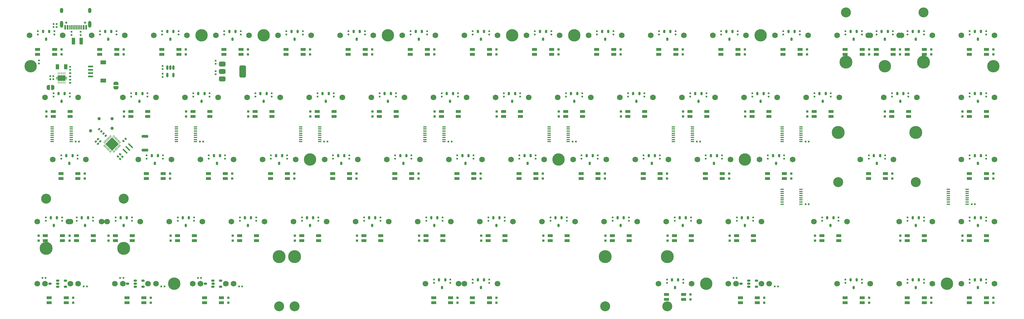
<source format=gbr>
%TF.GenerationSoftware,KiCad,Pcbnew,8.0.6*%
%TF.CreationDate,2024-11-15T04:32:27+07:00*%
%TF.ProjectId,Heart HE 65,48656172-7420-4484-9520-36352e6b6963,rev?*%
%TF.SameCoordinates,Original*%
%TF.FileFunction,Soldermask,Bot*%
%TF.FilePolarity,Negative*%
%FSLAX46Y46*%
G04 Gerber Fmt 4.6, Leading zero omitted, Abs format (unit mm)*
G04 Created by KiCad (PCBNEW 8.0.6) date 2024-11-15 04:32:27*
%MOMM*%
%LPD*%
G01*
G04 APERTURE LIST*
G04 Aperture macros list*
%AMRoundRect*
0 Rectangle with rounded corners*
0 $1 Rounding radius*
0 $2 $3 $4 $5 $6 $7 $8 $9 X,Y pos of 4 corners*
0 Add a 4 corners polygon primitive as box body*
4,1,4,$2,$3,$4,$5,$6,$7,$8,$9,$2,$3,0*
0 Add four circle primitives for the rounded corners*
1,1,$1+$1,$2,$3*
1,1,$1+$1,$4,$5*
1,1,$1+$1,$6,$7*
1,1,$1+$1,$8,$9*
0 Add four rect primitives between the rounded corners*
20,1,$1+$1,$2,$3,$4,$5,0*
20,1,$1+$1,$4,$5,$6,$7,0*
20,1,$1+$1,$6,$7,$8,$9,0*
20,1,$1+$1,$8,$9,$2,$3,0*%
%AMRotRect*
0 Rectangle, with rotation*
0 The origin of the aperture is its center*
0 $1 length*
0 $2 width*
0 $3 Rotation angle, in degrees counterclockwise*
0 Add horizontal line*
21,1,$1,$2,0,0,$3*%
%AMFreePoly0*
4,1,21,-0.125000,1.200000,0.125000,1.200000,0.125000,1.700000,0.375000,1.700000,0.375000,1.200000,0.825000,1.200000,0.825000,-1.200000,0.375000,-1.200000,0.375000,-1.700000,0.125000,-1.700000,0.125000,-1.200000,-0.125000,-1.200000,-0.125000,-1.700000,-0.375000,-1.700000,-0.375000,-1.200000,-0.825000,-1.200000,-0.825000,1.200000,-0.375000,1.200000,-0.375000,1.700000,-0.125000,1.700000,
-0.125000,1.200000,-0.125000,1.200000,$1*%
%AMFreePoly1*
4,1,19,0.000000,0.744911,0.071157,0.744911,0.207708,0.704816,0.327430,0.627875,0.420627,0.520320,0.479746,0.390866,0.500000,0.250000,0.500000,-0.250000,0.479746,-0.390866,0.420627,-0.520320,0.327430,-0.627875,0.207708,-0.704816,0.071157,-0.744911,0.000000,-0.744911,0.000000,-0.750000,-0.500000,-0.750000,-0.500000,0.750000,0.000000,0.750000,0.000000,0.744911,0.000000,0.744911,
$1*%
%AMFreePoly2*
4,1,19,0.500000,-0.750000,0.000000,-0.750000,0.000000,-0.744911,-0.071157,-0.744911,-0.207708,-0.704816,-0.327430,-0.627875,-0.420627,-0.520320,-0.479746,-0.390866,-0.500000,-0.250000,-0.500000,0.250000,-0.479746,0.390866,-0.420627,0.520320,-0.327430,0.627875,-0.207708,0.704816,-0.071157,0.744911,0.000000,0.744911,0.000000,0.750000,0.500000,0.750000,0.500000,-0.750000,0.500000,-0.750000,
$1*%
G04 Aperture macros list end*
%ADD10R,0.750000X0.800000*%
%ADD11R,0.620000X0.560000*%
%ADD12RoundRect,0.082000X0.718000X-0.328000X0.718000X0.328000X-0.718000X0.328000X-0.718000X-0.328000X0*%
%ADD13RoundRect,0.082000X-0.718000X0.328000X-0.718000X-0.328000X0.718000X-0.328000X0.718000X0.328000X0*%
%ADD14C,3.800000*%
%ADD15RoundRect,0.200000X-0.800000X0.200000X-0.800000X-0.200000X0.800000X-0.200000X0.800000X0.200000X0*%
%ADD16RotRect,0.560000X0.620000X225.000000*%
%ADD17RoundRect,0.150000X-0.150000X0.350000X-0.150000X-0.350000X0.150000X-0.350000X0.150000X0.350000X0*%
%ADD18C,1.750000*%
%ADD19R,1.000000X0.400000*%
%ADD20RoundRect,0.375000X-0.625000X-0.375000X0.625000X-0.375000X0.625000X0.375000X-0.625000X0.375000X0*%
%ADD21RoundRect,0.500000X-0.500000X-1.400000X0.500000X-1.400000X0.500000X1.400000X-0.500000X1.400000X0*%
%ADD22C,1.000000*%
%ADD23R,0.560000X0.620000*%
%ADD24RotRect,0.400000X1.900000X225.000000*%
%ADD25RoundRect,0.150000X0.350000X0.150000X-0.350000X0.150000X-0.350000X-0.150000X0.350000X-0.150000X0*%
%ADD26C,3.048000*%
%ADD27C,3.987800*%
%ADD28RotRect,2.900000X2.900000X135.000000*%
%ADD29RoundRect,0.050000X0.247487X0.176777X0.176777X0.247487X-0.247487X-0.176777X-0.176777X-0.247487X0*%
%ADD30RoundRect,0.050000X0.247487X-0.176777X-0.176777X0.247487X-0.247487X0.176777X0.176777X-0.247487X0*%
%ADD31RotRect,0.560000X0.620000X315.000000*%
%ADD32FreePoly0,270.000000*%
%ADD33RoundRect,0.060000X-0.060000X0.240000X-0.060000X-0.240000X0.060000X-0.240000X0.060000X0.240000X0*%
%ADD34R,1.550000X0.600000*%
%ADD35R,1.800000X1.200000*%
%ADD36RotRect,0.560000X0.620000X135.000000*%
%ADD37R,1.000000X1.500000*%
%ADD38O,1.000000X2.100000*%
%ADD39O,1.000000X1.600000*%
%ADD40R,0.600000X1.450000*%
%ADD41R,0.300000X1.450000*%
%ADD42C,0.650000*%
%ADD43RoundRect,0.150000X-0.150000X0.512500X-0.150000X-0.512500X0.150000X-0.512500X0.150000X0.512500X0*%
%ADD44RoundRect,0.135000X-0.185000X0.135000X-0.185000X-0.135000X0.185000X-0.135000X0.185000X0.135000X0*%
%ADD45RoundRect,0.140000X0.170000X-0.140000X0.170000X0.140000X-0.170000X0.140000X-0.170000X-0.140000X0*%
%ADD46FreePoly1,270.000000*%
%ADD47FreePoly2,270.000000*%
%ADD48FreePoly1,0.000000*%
%ADD49FreePoly2,0.000000*%
%ADD50R,1.140000X2.030000*%
G04 APERTURE END LIST*
D10*
%TO.C,C242*%
X309449999Y-99530000D03*
X309449999Y-101030000D03*
%TD*%
%TO.C,C241*%
X290399999Y-99530000D03*
X290399999Y-101030000D03*
%TD*%
%TO.C,C240*%
X271349999Y-99530000D03*
X271349999Y-101030000D03*
%TD*%
%TO.C,C239*%
X239203124Y-99530000D03*
X239203124Y-101030000D03*
%TD*%
%TO.C,C238*%
X216581249Y-98530000D03*
X216581249Y-100030000D03*
%TD*%
%TO.C,C237*%
X157049999Y-99530000D03*
X157049999Y-101030000D03*
%TD*%
%TO.C,C236*%
X145143749Y-99530000D03*
X145143749Y-101030000D03*
%TD*%
%TO.C,C235*%
X74896874Y-99530000D03*
X74896874Y-101030000D03*
%TD*%
%TO.C,C234*%
X51084374Y-99530000D03*
X51084374Y-101030000D03*
%TD*%
%TO.C,C233*%
X27271874Y-99530000D03*
X27271874Y-101030000D03*
%TD*%
%TO.C,C231*%
X300050001Y-81979999D03*
X300050001Y-80479999D03*
%TD*%
%TO.C,C232*%
X281000001Y-81979999D03*
X281000001Y-80479999D03*
%TD*%
%TO.C,C230*%
X254806251Y-81979999D03*
X254806251Y-80479999D03*
%TD*%
%TO.C,C229*%
X309449999Y-61430000D03*
X309449999Y-62930000D03*
%TD*%
%TO.C,C228*%
X228612501Y-81979999D03*
X228612501Y-80479999D03*
%TD*%
%TO.C,C227*%
X278493749Y-61430000D03*
X278493749Y-62930000D03*
%TD*%
%TO.C,C226*%
X209562501Y-81979999D03*
X209562501Y-80479999D03*
%TD*%
%TO.C,C225*%
X247537499Y-61430000D03*
X247537499Y-62930000D03*
%TD*%
%TO.C,C224*%
X190512501Y-81979999D03*
X190512501Y-80479999D03*
%TD*%
%TO.C,C223*%
X228487499Y-61430000D03*
X228487499Y-62930000D03*
%TD*%
%TO.C,C222*%
X171462501Y-81979999D03*
X171462501Y-80479999D03*
%TD*%
%TO.C,C221*%
X209437499Y-61430000D03*
X209437499Y-62930000D03*
%TD*%
%TO.C,C220*%
X152412501Y-81979999D03*
X152412501Y-80479999D03*
%TD*%
%TO.C,C219*%
X190387499Y-61430000D03*
X190387499Y-62930000D03*
%TD*%
%TO.C,C218*%
X133362501Y-81979999D03*
X133362501Y-80479999D03*
%TD*%
%TO.C,C217*%
X171337499Y-61430000D03*
X171337499Y-62930000D03*
%TD*%
%TO.C,C216*%
X114312501Y-81979999D03*
X114312501Y-80479999D03*
%TD*%
%TO.C,C215*%
X152287499Y-61430000D03*
X152287499Y-62930000D03*
%TD*%
%TO.C,C214*%
X95262501Y-81979999D03*
X95262501Y-80479999D03*
%TD*%
%TO.C,C213*%
X133237499Y-61430000D03*
X133237499Y-62930000D03*
%TD*%
%TO.C,C212*%
X76212501Y-81979999D03*
X76212501Y-80479999D03*
%TD*%
%TO.C,C211*%
X114187499Y-61430000D03*
X114187499Y-62930000D03*
%TD*%
%TO.C,C210*%
X57162501Y-81979999D03*
X57162501Y-80479999D03*
%TD*%
%TO.C,C209*%
X95137499Y-61430000D03*
X95137499Y-62930000D03*
%TD*%
%TO.C,C208*%
X38112501Y-81979999D03*
X38112501Y-80479999D03*
%TD*%
%TO.C,C207*%
X76087499Y-61430000D03*
X76087499Y-62930000D03*
%TD*%
%TO.C,C206*%
X26206251Y-81979999D03*
X26206251Y-80479999D03*
%TD*%
%TO.C,C205*%
X57037499Y-61430000D03*
X57037499Y-62930000D03*
%TD*%
%TO.C,C204*%
X16681251Y-81979999D03*
X16681251Y-80479999D03*
%TD*%
%TO.C,C203*%
X30843749Y-61430000D03*
X30843749Y-62930000D03*
%TD*%
%TO.C,C202*%
X300050001Y-43879999D03*
X300050001Y-42379999D03*
%TD*%
%TO.C,C201*%
X276237501Y-43879999D03*
X276237501Y-42379999D03*
%TD*%
%TO.C,C200*%
X252425001Y-43879999D03*
X252425001Y-42379999D03*
%TD*%
%TO.C,C199*%
X233375001Y-43879999D03*
X233375001Y-42379999D03*
%TD*%
%TO.C,C198*%
X214325001Y-43879999D03*
X214325001Y-42379999D03*
%TD*%
%TO.C,C197*%
X195275001Y-43879999D03*
X195275001Y-42379999D03*
%TD*%
%TO.C,C196*%
X176225001Y-43879999D03*
X176225001Y-42379999D03*
%TD*%
%TO.C,C195*%
X157175001Y-43879999D03*
X157175001Y-42379999D03*
%TD*%
%TO.C,C194*%
X138125001Y-43879999D03*
X138125001Y-42379999D03*
%TD*%
%TO.C,C193*%
X119075001Y-43879999D03*
X119075001Y-42379999D03*
%TD*%
%TO.C,C192*%
X100025001Y-43879999D03*
X100025001Y-42379999D03*
%TD*%
%TO.C,C191*%
X80975001Y-43879999D03*
X80975001Y-42379999D03*
%TD*%
%TO.C,C190*%
X61925001Y-43879999D03*
X61925001Y-42379999D03*
%TD*%
%TO.C,C189*%
X42875001Y-43879999D03*
X42875001Y-42379999D03*
%TD*%
%TO.C,C188*%
X19062501Y-43879999D03*
X19062501Y-42379999D03*
%TD*%
%TO.C,C187*%
X309449999Y-23330000D03*
X309449999Y-24830000D03*
%TD*%
%TO.C,C186*%
X290399999Y-24830000D03*
X290399999Y-23330000D03*
%TD*%
%TO.C,C183*%
X280874999Y-23330000D03*
X280874999Y-24830000D03*
%TD*%
%TO.C,C182*%
X271349999Y-23330000D03*
X271349999Y-24830000D03*
%TD*%
%TO.C,C181*%
X252299999Y-23330000D03*
X252299999Y-24830000D03*
%TD*%
%TO.C,C180*%
X233249999Y-23330000D03*
X233249999Y-24830000D03*
%TD*%
%TO.C,C179*%
X214199999Y-23330000D03*
X214199999Y-24830000D03*
%TD*%
%TO.C,C167*%
X195149999Y-23330000D03*
X195149999Y-24830000D03*
%TD*%
%TO.C,C166*%
X176099999Y-23330000D03*
X176099999Y-24830000D03*
%TD*%
%TO.C,C162*%
X157049999Y-23330000D03*
X157049999Y-24830000D03*
%TD*%
%TO.C,C150*%
X137999999Y-23330000D03*
X137999999Y-24830000D03*
%TD*%
%TO.C,C110*%
X118949999Y-23330000D03*
X118949999Y-24830000D03*
%TD*%
%TO.C,C103*%
X99899999Y-23330000D03*
X99899999Y-24830000D03*
%TD*%
D11*
%TO.C,R4*%
X16762500Y-26690000D03*
X16762500Y-27650000D03*
%TD*%
D10*
%TO.C,C104*%
X23699999Y-24830000D03*
X23699999Y-23330000D03*
%TD*%
%TO.C,C98*%
X80849999Y-23330000D03*
X80849999Y-24830000D03*
%TD*%
%TO.C,C62*%
X61799999Y-23330000D03*
X61799999Y-24830000D03*
%TD*%
%TO.C,C50*%
X42749999Y-24830000D03*
X42749999Y-23330000D03*
%TD*%
D12*
%TO.C,RGB1_A45*%
X283100000Y-99530000D03*
X283100000Y-101030000D03*
X288300000Y-99530000D03*
X288300000Y-101030000D03*
%TD*%
%TO.C,RGB1_A44*%
X264050000Y-99530000D03*
X264050000Y-101030000D03*
X269250000Y-99530000D03*
X269250000Y-101030000D03*
%TD*%
%TO.C,RGB1_A43*%
X302150000Y-99530000D03*
X302150000Y-101030000D03*
X307350000Y-99530000D03*
X307350000Y-101030000D03*
%TD*%
%TO.C,RGB1_A42*%
X231903125Y-99530000D03*
X231903125Y-101030000D03*
X237103125Y-99530000D03*
X237103125Y-101030000D03*
%TD*%
%TO.C,RGB1_A40*%
X214481251Y-100029999D03*
X214481249Y-98529999D03*
X209281250Y-100030000D03*
X209281250Y-98530000D03*
%TD*%
%TO.C,RGB1_A38*%
X149750000Y-99530000D03*
X149750000Y-101030000D03*
X154950000Y-99530000D03*
X154950000Y-101030000D03*
%TD*%
%TO.C,RGB1_A36*%
X137843750Y-99530000D03*
X137843750Y-101030000D03*
X143043750Y-99530000D03*
X143043750Y-101030000D03*
%TD*%
%TO.C,RGB1_A34*%
X67596875Y-99530000D03*
X67596875Y-101030000D03*
X72796875Y-99530000D03*
X72796875Y-101030000D03*
%TD*%
%TO.C,RGB1_A21*%
X43784375Y-99530000D03*
X43784375Y-101030000D03*
X48984375Y-99530000D03*
X48984375Y-101030000D03*
%TD*%
%TO.C,RGB1_A19*%
X25171875Y-101030000D03*
X25171875Y-99530000D03*
X19971875Y-101030000D03*
X19971875Y-99530000D03*
%TD*%
D13*
%TO.C,RGB1_B31*%
X307350000Y-81979999D03*
X307350000Y-80479999D03*
X302150000Y-81979999D03*
X302150000Y-80479999D03*
%TD*%
%TO.C,RGB1_B30*%
X140662500Y-81979999D03*
X140662500Y-80479999D03*
X135462500Y-81979999D03*
X135462500Y-80479999D03*
%TD*%
%TO.C,RGB1_B29*%
X159712500Y-81979999D03*
X159712500Y-80479999D03*
X154512500Y-81979999D03*
X154512500Y-80479999D03*
%TD*%
%TO.C,RGB1_B28*%
X121612500Y-81979999D03*
X121612500Y-80479999D03*
X116412500Y-81979999D03*
X116412500Y-80479999D03*
%TD*%
%TO.C,RGB1_B27*%
X178762500Y-81979999D03*
X178762500Y-80479999D03*
X173562500Y-81979999D03*
X173562500Y-80479999D03*
%TD*%
%TO.C,RGB1_B26*%
X102562500Y-81979999D03*
X102562500Y-80479999D03*
X97362500Y-81979999D03*
X97362500Y-80479999D03*
%TD*%
%TO.C,RGB1_B25*%
X197812500Y-81979999D03*
X197812500Y-80479999D03*
X192612500Y-81979999D03*
X192612500Y-80479999D03*
%TD*%
%TO.C,RGB1_B24*%
X83512500Y-81979999D03*
X83512500Y-80479999D03*
X78312500Y-81979999D03*
X78312500Y-80479999D03*
%TD*%
%TO.C,RGB1_B23*%
X216862500Y-81979999D03*
X216862500Y-80479999D03*
X211662500Y-81979999D03*
X211662500Y-80479999D03*
%TD*%
%TO.C,RGB1_B22*%
X64462500Y-81979999D03*
X64462500Y-80479999D03*
X59262500Y-81979999D03*
X59262500Y-80479999D03*
%TD*%
%TO.C,RGB1_B21*%
X235912500Y-81979999D03*
X235912500Y-80479999D03*
X230712500Y-81979999D03*
X230712500Y-80479999D03*
%TD*%
%TO.C,RGB1_B20*%
X45412500Y-81979999D03*
X45412500Y-80479999D03*
X40212500Y-81979999D03*
X40212500Y-80479999D03*
%TD*%
%TO.C,RGB1_B19*%
X262106250Y-81979999D03*
X262106250Y-80479999D03*
X256906250Y-81979999D03*
X256906250Y-80479999D03*
%TD*%
%TO.C,RGB1_B18*%
X33506250Y-81979999D03*
X33506250Y-80479999D03*
X28306250Y-81979999D03*
X28306250Y-80479999D03*
%TD*%
%TO.C,RGB1_B17*%
X288300000Y-81979999D03*
X288300000Y-80479999D03*
X283100000Y-81979999D03*
X283100000Y-80479999D03*
%TD*%
%TO.C,RGB1_B16*%
X23981250Y-81979999D03*
X23981250Y-80479999D03*
X18781250Y-81979999D03*
X18781250Y-80479999D03*
%TD*%
D12*
%TO.C,RGB1_A33*%
X183087500Y-61430000D03*
X183087500Y-62930000D03*
X188287500Y-61430000D03*
X188287500Y-62930000D03*
%TD*%
%TO.C,RGB1_A32*%
X164037500Y-61430000D03*
X164037500Y-62930000D03*
X169237500Y-61430000D03*
X169237500Y-62930000D03*
%TD*%
%TO.C,RGB1_A31*%
X202137500Y-61430000D03*
X202137500Y-62930000D03*
X207337500Y-61430000D03*
X207337500Y-62930000D03*
%TD*%
%TO.C,RGB1_A30*%
X144987500Y-61430000D03*
X144987500Y-62930000D03*
X150187500Y-61430000D03*
X150187500Y-62930000D03*
%TD*%
%TO.C,RGB1_A29*%
X221187500Y-61430000D03*
X221187500Y-62930000D03*
X226387500Y-61430000D03*
X226387500Y-62930000D03*
%TD*%
%TO.C,RGB1_A28*%
X125937500Y-61430000D03*
X125937500Y-62930000D03*
X131137500Y-61430000D03*
X131137500Y-62930000D03*
%TD*%
%TO.C,RGB1_A27*%
X240237500Y-61430000D03*
X240237500Y-62930000D03*
X245437500Y-61430000D03*
X245437500Y-62930000D03*
%TD*%
%TO.C,RGB1_A26*%
X106887500Y-61430000D03*
X106887500Y-62930000D03*
X112087500Y-61430000D03*
X112087500Y-62930000D03*
%TD*%
%TO.C,RGB1_A25*%
X271193750Y-61430000D03*
X271193750Y-62930000D03*
X276393750Y-61430000D03*
X276393750Y-62930000D03*
%TD*%
%TO.C,RGB1_A24*%
X87837500Y-61430000D03*
X87837500Y-62930000D03*
X93037500Y-61430000D03*
X93037500Y-62930000D03*
%TD*%
%TO.C,RGB1_A23*%
X302150000Y-61430000D03*
X302150000Y-62930000D03*
X307350000Y-61430000D03*
X307350000Y-62930000D03*
%TD*%
%TO.C,RGB1_A22*%
X68787500Y-61430000D03*
X68787500Y-62930000D03*
X73987500Y-61430000D03*
X73987500Y-62930000D03*
%TD*%
%TO.C,RGB1_A20*%
X49737500Y-61430000D03*
X49737500Y-62930000D03*
X54937500Y-61430000D03*
X54937500Y-62930000D03*
%TD*%
%TO.C,RGB1_A18*%
X23543750Y-61430000D03*
X23543750Y-62930000D03*
X28743750Y-61430000D03*
X28743750Y-62930000D03*
%TD*%
%TO.C,RGB1_A16*%
X16400000Y-23330000D03*
X16400000Y-24830000D03*
X21600000Y-23330000D03*
X21600000Y-24830000D03*
%TD*%
%TO.C,RGB1_A15*%
X283100000Y-23330000D03*
X283100000Y-24830000D03*
X288300000Y-23330000D03*
X288300000Y-24830000D03*
%TD*%
%TO.C,RGB1_A14*%
X273575000Y-23330000D03*
X273575000Y-24830000D03*
X278775000Y-23330000D03*
X278775000Y-24830000D03*
%TD*%
%TO.C,RGB1_A13*%
X264050000Y-23330000D03*
X264050000Y-24830000D03*
X269250000Y-23330000D03*
X269250000Y-24830000D03*
%TD*%
%TO.C,RGB1_A12*%
X245000000Y-23330000D03*
X245000000Y-24830000D03*
X250200000Y-23330000D03*
X250200000Y-24830000D03*
%TD*%
%TO.C,RGB1_A11*%
X225950000Y-23330000D03*
X225950000Y-24830000D03*
X231150000Y-23330000D03*
X231150000Y-24830000D03*
%TD*%
%TO.C,RGB1_A10*%
X206900000Y-23330000D03*
X206900000Y-24830000D03*
X212100000Y-23330000D03*
X212100000Y-24830000D03*
%TD*%
%TO.C,RGB1_A9*%
X187850000Y-23330000D03*
X187850000Y-24830000D03*
X193050000Y-23330000D03*
X193050000Y-24830000D03*
%TD*%
%TO.C,RGB1_A8*%
X168800000Y-23330000D03*
X168800000Y-24830000D03*
X174000000Y-23330000D03*
X174000000Y-24830000D03*
%TD*%
%TO.C,RGB1_A7*%
X149750000Y-23330000D03*
X149750000Y-24830000D03*
X154950000Y-23330000D03*
X154950000Y-24830000D03*
%TD*%
%TO.C,RGB1_A6*%
X130700000Y-23330000D03*
X130700000Y-24830000D03*
X135900000Y-23330000D03*
X135900000Y-24830000D03*
%TD*%
%TO.C,RGB1_A5*%
X111650000Y-23330000D03*
X111650000Y-24830000D03*
X116850000Y-23330000D03*
X116850000Y-24830000D03*
%TD*%
%TO.C,RGB1_A4*%
X92600000Y-23330000D03*
X92600000Y-24830000D03*
X97800000Y-23330000D03*
X97800000Y-24830000D03*
%TD*%
%TO.C,RGB1_A3*%
X73550000Y-23330000D03*
X73550000Y-24830000D03*
X78750000Y-23330000D03*
X78750000Y-24830000D03*
%TD*%
%TO.C,RGB1_A2*%
X54500000Y-23330000D03*
X54500000Y-24830000D03*
X59700000Y-23330000D03*
X59700000Y-24830000D03*
%TD*%
%TO.C,RGB1_A1*%
X35450000Y-23330000D03*
X35450000Y-24830000D03*
X40650000Y-23330000D03*
X40650000Y-24830000D03*
%TD*%
D13*
%TO.C,RGB1_B15*%
X21162500Y-42379999D03*
X21162500Y-43879999D03*
X26362500Y-42379999D03*
X26362500Y-43879999D03*
%TD*%
%TO.C,RGB1_B14*%
X44975000Y-42379999D03*
X44975000Y-43879999D03*
X50175000Y-42379999D03*
X50175000Y-43879999D03*
%TD*%
%TO.C,RGB1_B13*%
X64025000Y-42379999D03*
X64025000Y-43879999D03*
X69225000Y-42379999D03*
X69225000Y-43879999D03*
%TD*%
%TO.C,RGB1_B12*%
X83075000Y-42379999D03*
X83075000Y-43879999D03*
X88275000Y-42379999D03*
X88275000Y-43879999D03*
%TD*%
%TO.C,RGB1_B11*%
X102125000Y-42379999D03*
X102125000Y-43879999D03*
X107325000Y-42379999D03*
X107325000Y-43879999D03*
%TD*%
%TO.C,RGB1_B10*%
X121175000Y-42379999D03*
X121175000Y-43879999D03*
X126375000Y-42379999D03*
X126375000Y-43879999D03*
%TD*%
%TO.C,RGB1_B9*%
X140225000Y-42379999D03*
X140225000Y-43879999D03*
X145425000Y-42379999D03*
X145425000Y-43879999D03*
%TD*%
%TO.C,RGB1_B8*%
X159275000Y-42379999D03*
X159275000Y-43879999D03*
X164475000Y-42379999D03*
X164475000Y-43879999D03*
%TD*%
%TO.C,RGB1_B7*%
X178325000Y-42379999D03*
X178325000Y-43879999D03*
X183525000Y-42379999D03*
X183525000Y-43879999D03*
%TD*%
%TO.C,RGB1_B6*%
X197375000Y-42379999D03*
X197375000Y-43879999D03*
X202575000Y-42379999D03*
X202575000Y-43879999D03*
%TD*%
%TO.C,RGB1_B5*%
X216425000Y-42379999D03*
X216425000Y-43879999D03*
X221625000Y-42379999D03*
X221625000Y-43879999D03*
%TD*%
%TO.C,RGB1_B4*%
X235475000Y-42379999D03*
X235475000Y-43879999D03*
X240675000Y-42379999D03*
X240675000Y-43879999D03*
%TD*%
%TO.C,RGB1_B3*%
X254525000Y-42379999D03*
X254525000Y-43879999D03*
X259725000Y-42379999D03*
X259725000Y-43879999D03*
%TD*%
%TO.C,RGB1_B2*%
X278337500Y-42379999D03*
X278337500Y-43879999D03*
X283537500Y-42379999D03*
X283537500Y-43879999D03*
%TD*%
%TO.C,RGB1_B1*%
X302150000Y-42379999D03*
X302150000Y-43879999D03*
X307350000Y-42379999D03*
X307350000Y-43879999D03*
%TD*%
D14*
%TO.C,H11*%
X238075000Y-19000000D03*
%TD*%
%TO.C,H13*%
X233312500Y-57100000D03*
%TD*%
%TO.C,H16*%
X309512500Y-28525000D03*
%TD*%
%TO.C,H14*%
X58290625Y-95200000D03*
%TD*%
%TO.C,H10*%
X180925000Y-19000000D03*
%TD*%
%TO.C,H4*%
X99962500Y-57100000D03*
%TD*%
%TO.C,H18*%
X276175000Y-28525000D03*
%TD*%
%TO.C,H12*%
X14237500Y-28525000D03*
%TD*%
%TO.C,H8*%
X161875000Y-19000000D03*
%TD*%
%TO.C,H17*%
X295225000Y-95200000D03*
%TD*%
%TO.C,H9*%
X123775000Y-19000000D03*
%TD*%
%TO.C,H15*%
X221406250Y-95200000D03*
%TD*%
%TO.C,H5*%
X85675000Y-19000000D03*
%TD*%
%TO.C,H3*%
X66625000Y-19000000D03*
%TD*%
%TO.C,H7*%
X176162500Y-57100000D03*
%TD*%
D11*
%TO.C,C33*%
X54600000Y-17770000D03*
X54600000Y-18730000D03*
%TD*%
%TO.C,C73*%
X178662500Y-74920000D03*
X178662500Y-75880000D03*
%TD*%
%TO.C,C160*%
X283200000Y-93970000D03*
X283200000Y-94930000D03*
%TD*%
D15*
%TO.C,SW1*%
X49300000Y-54200000D03*
X49300000Y-50000000D03*
%TD*%
D11*
%TO.C,C60*%
X169137500Y-55870000D03*
X169137500Y-56830000D03*
%TD*%
D16*
%TO.C,C13*%
X41022535Y-56212445D03*
X41701357Y-55533623D03*
%TD*%
D17*
%TO.C,U25*%
X62812500Y-74995000D03*
X61862500Y-77345000D03*
X60912500Y-74995000D03*
D18*
X56782501Y-76150000D03*
X66942499Y-76150000D03*
%TD*%
D11*
%TO.C,C22*%
X40550000Y-17770000D03*
X40550000Y-18730000D03*
%TD*%
D17*
%TO.C,U23*%
X67575000Y-36895000D03*
X66625000Y-39245000D03*
X65675000Y-36895000D03*
D18*
X61545001Y-38050000D03*
X71704999Y-38050000D03*
%TD*%
D19*
%TO.C,U56*%
X217162500Y-51635938D03*
X217162500Y-50985938D03*
X217162500Y-50335938D03*
X217162500Y-49685938D03*
X217162500Y-49035938D03*
X217162500Y-48385938D03*
X217162500Y-47735938D03*
X217162500Y-47085938D03*
X211362500Y-47085938D03*
X211362500Y-47735938D03*
X211362500Y-48385938D03*
X211362500Y-49035938D03*
X211362500Y-49685938D03*
X211362500Y-50335938D03*
X211362500Y-50985938D03*
X211362500Y-51635938D03*
%TD*%
D11*
%TO.C,C125*%
X145087500Y-55870000D03*
X145087500Y-56830000D03*
%TD*%
%TO.C,C23*%
X50075000Y-36820000D03*
X50075000Y-37780000D03*
%TD*%
D20*
%TO.C,U63*%
X73000000Y-27784344D03*
D21*
X79300000Y-30084344D03*
D20*
X73000000Y-30084344D03*
X73000000Y-32384344D03*
%TD*%
D22*
%TO.C,TP3*%
X32600000Y-48334344D03*
%TD*%
D11*
%TO.C,C18*%
X28643750Y-55870000D03*
X28643750Y-56830000D03*
%TD*%
%TO.C,C123*%
X183187500Y-55870000D03*
X183187500Y-56830000D03*
%TD*%
%TO.C,C17*%
X26262500Y-36820000D03*
X26262500Y-37780000D03*
%TD*%
D17*
%TO.C,U30*%
X91387500Y-55945000D03*
X90437500Y-58295000D03*
X89487500Y-55945000D03*
D18*
X85357501Y-57100000D03*
X95517499Y-57100000D03*
%TD*%
D11*
%TO.C,C105*%
X197475000Y-36820000D03*
X197475000Y-37780000D03*
%TD*%
%TO.C,C99*%
X140325000Y-36820000D03*
X140325000Y-37780000D03*
%TD*%
%TO.C,R3*%
X29550000Y-17924656D03*
X29550000Y-18884656D03*
%TD*%
%TO.C,C122*%
X68887500Y-55870000D03*
X68887500Y-56830000D03*
%TD*%
%TO.C,C71*%
X202475000Y-36820000D03*
X202475000Y-37780000D03*
%TD*%
D23*
%TO.C,C3*%
X302878750Y-70785938D03*
X303838750Y-70785938D03*
%TD*%
D24*
%TO.C,Y1*%
X43200423Y-54600242D03*
X44048951Y-53751714D03*
X44897479Y-52903186D03*
%TD*%
D17*
%TO.C,U66*%
X205687500Y-55945000D03*
X204737500Y-58295000D03*
X203787500Y-55945000D03*
D18*
X199657501Y-57100000D03*
X209817499Y-57100000D03*
%TD*%
D11*
%TO.C,C44*%
X111750000Y-17770000D03*
X111750000Y-18730000D03*
%TD*%
%TO.C,C19*%
X23881250Y-74920000D03*
X23881250Y-75880000D03*
%TD*%
D23*
%TO.C,C5*%
X142382500Y-51635938D03*
X143342500Y-51635938D03*
%TD*%
D17*
%TO.C,U75*%
X22331250Y-74995000D03*
X21381250Y-77345000D03*
X20431250Y-74995000D03*
D18*
X16301250Y-76150000D03*
X26461250Y-76150000D03*
%TD*%
D11*
%TO.C,C24*%
X54837500Y-55870000D03*
X54837500Y-56830000D03*
%TD*%
D17*
%TO.C,U72*%
X224737500Y-55945000D03*
X223787500Y-58295000D03*
X222837500Y-55945000D03*
D18*
X218707501Y-57100000D03*
X228867499Y-57100000D03*
%TD*%
D11*
%TO.C,C117*%
X21262500Y-36820000D03*
X21262500Y-37780000D03*
%TD*%
%TO.C,C30*%
X73887500Y-55870000D03*
X73887500Y-56830000D03*
%TD*%
D17*
%TO.C,U79*%
X234262500Y-74995000D03*
X233312500Y-77345000D03*
X232362500Y-74995000D03*
D18*
X228232501Y-76150000D03*
X238392499Y-76150000D03*
%TD*%
D11*
%TO.C,C128*%
X87937500Y-55870000D03*
X87937500Y-56830000D03*
%TD*%
%TO.C,C56*%
X273675000Y-17770000D03*
X273675000Y-18730000D03*
%TD*%
D19*
%TO.C,U45*%
X140962500Y-51635938D03*
X140962500Y-50985938D03*
X140962500Y-50335938D03*
X140962500Y-49685938D03*
X140962500Y-49035938D03*
X140962500Y-48385938D03*
X140962500Y-47735938D03*
X140962500Y-47085938D03*
X135162500Y-47085938D03*
X135162500Y-47735938D03*
X135162500Y-48385938D03*
X135162500Y-49035938D03*
X135162500Y-49685938D03*
X135162500Y-50335938D03*
X135162500Y-50985938D03*
X135162500Y-51635938D03*
%TD*%
D11*
%TO.C,C35*%
X88175000Y-36820000D03*
X88175000Y-37780000D03*
%TD*%
%TO.C,C36*%
X92937500Y-55870000D03*
X92937500Y-56830000D03*
%TD*%
D17*
%TO.C,U55*%
X158062500Y-74995000D03*
X157112500Y-77345000D03*
X156162500Y-74995000D03*
D18*
X152032501Y-76150000D03*
X162192499Y-76150000D03*
%TD*%
D11*
%TO.C,C58*%
X154850000Y-17770000D03*
X154850000Y-18730000D03*
%TD*%
D17*
%TO.C,U82*%
X248550000Y-17845000D03*
X247600000Y-20195000D03*
X246650000Y-17845000D03*
D18*
X242520001Y-19000000D03*
X252679999Y-19000000D03*
%TD*%
D11*
%TO.C,C173*%
X288200000Y-93970000D03*
X288200000Y-94930000D03*
%TD*%
D17*
%TO.C,U77*%
X239025000Y-36895000D03*
X238075000Y-39245000D03*
X237125000Y-36895000D03*
D18*
X232995001Y-38050000D03*
X243154999Y-38050000D03*
%TD*%
D11*
%TO.C,C75*%
X264150000Y-17770000D03*
X264150000Y-18730000D03*
%TD*%
D23*
%TO.C,C171*%
X78157500Y-96050000D03*
X79117500Y-96050000D03*
%TD*%
D11*
%TO.C,C129*%
X106987500Y-55870000D03*
X106987500Y-56830000D03*
%TD*%
D23*
%TO.C,C176*%
X242463750Y-96050000D03*
X243423750Y-96050000D03*
%TD*%
D11*
%TO.C,C127*%
X49837500Y-55870000D03*
X49837500Y-56830000D03*
%TD*%
D17*
%TO.C,U58*%
X172350000Y-17845000D03*
X171400000Y-20195000D03*
X170450000Y-17845000D03*
D18*
X166320001Y-19000000D03*
X176479999Y-19000000D03*
%TD*%
D17*
%TO.C,U31*%
X81862500Y-74995000D03*
X80912500Y-77345000D03*
X79962500Y-74995000D03*
D18*
X75832501Y-76150000D03*
X85992499Y-76150000D03*
%TD*%
D17*
%TO.C,U89*%
X281887500Y-36895000D03*
X280937500Y-39245000D03*
X279987500Y-36895000D03*
D18*
X275857500Y-38050000D03*
X286017500Y-38050000D03*
%TD*%
D17*
%TO.C,U92*%
X267600000Y-94045000D03*
X266650000Y-96395000D03*
X265700000Y-94045000D03*
D18*
X261570001Y-95200000D03*
X271729999Y-95200000D03*
%TD*%
D17*
%TO.C,U37*%
X100912500Y-74995000D03*
X99962500Y-77345000D03*
X99012500Y-74995000D03*
D18*
X94882501Y-76150000D03*
X105042499Y-76150000D03*
%TD*%
D17*
%TO.C,U18*%
X53287500Y-55945000D03*
X52337500Y-58295000D03*
X51387500Y-55945000D03*
D18*
X47257501Y-57100000D03*
X57417499Y-57100000D03*
%TD*%
D11*
%TO.C,C66*%
X188187500Y-55870000D03*
X188187500Y-56830000D03*
%TD*%
%TO.C,C141*%
X78412500Y-74920000D03*
X78412500Y-75880000D03*
%TD*%
D17*
%TO.C,U65*%
X200925000Y-36895000D03*
X199975000Y-39245000D03*
X199025000Y-36895000D03*
D18*
X194895001Y-38050000D03*
X205054999Y-38050000D03*
%TD*%
D11*
%TO.C,C72*%
X207237500Y-55870000D03*
X207237500Y-56830000D03*
%TD*%
%TO.C,C41*%
X107225000Y-36820000D03*
X107225000Y-37780000D03*
%TD*%
%TO.C,C95*%
X283437500Y-36820000D03*
X283437500Y-37780000D03*
%TD*%
D17*
%TO.C,U10*%
X19950000Y-17845000D03*
X19000000Y-20195000D03*
X18050000Y-17845000D03*
D18*
X13920001Y-19000000D03*
X24079999Y-19000000D03*
%TD*%
D11*
%TO.C,C34*%
X78650000Y-17770000D03*
X78650000Y-18730000D03*
%TD*%
D23*
%TO.C,C155*%
X104282500Y-51635938D03*
X105242500Y-51635938D03*
%TD*%
%TO.C,C151*%
X251920000Y-51635938D03*
X252880000Y-51635938D03*
%TD*%
D25*
%TO.C,U26*%
X70161250Y-96150000D03*
X67811250Y-95200000D03*
X70161250Y-94250000D03*
D18*
X63926250Y-95200000D03*
X74086250Y-95200000D03*
%TD*%
D17*
%TO.C,U12*%
X27093750Y-55945000D03*
X26143750Y-58295000D03*
X25193750Y-55945000D03*
D18*
X21063750Y-57100000D03*
X31223750Y-57100000D03*
%TD*%
D11*
%TO.C,C28*%
X59600000Y-17770000D03*
X59600000Y-18730000D03*
%TD*%
D17*
%TO.C,U83*%
X258075000Y-36895000D03*
X257125000Y-39245000D03*
X256175000Y-36895000D03*
D18*
X252045001Y-38050000D03*
X262204999Y-38050000D03*
%TD*%
D11*
%TO.C,C140*%
X154612500Y-74920000D03*
X154612500Y-75880000D03*
%TD*%
D17*
%TO.C,U101*%
X305700000Y-36895000D03*
X304750000Y-39245000D03*
X303800000Y-36895000D03*
D18*
X299670001Y-38050000D03*
X309829999Y-38050000D03*
%TD*%
D17*
%TO.C,U33*%
X31856250Y-74995000D03*
X30906250Y-77345000D03*
X29956250Y-74995000D03*
D26*
X19000000Y-69165000D03*
D27*
X19000000Y-84405000D03*
D18*
X25826250Y-76150000D03*
X35986250Y-76150000D03*
D26*
X42812500Y-69165000D03*
D27*
X42812500Y-84405000D03*
%TD*%
D11*
%TO.C,C96*%
X121275000Y-36820000D03*
X121275000Y-37780000D03*
%TD*%
D28*
%TO.C,U27*%
X39240625Y-52337500D03*
D29*
X41644788Y-51913236D03*
X41361945Y-51630393D03*
X41079103Y-51347551D03*
X40796260Y-51064708D03*
X40513417Y-50781865D03*
X40230574Y-50499022D03*
X39947732Y-50216180D03*
X39664889Y-49933337D03*
D30*
X38816361Y-49933337D03*
X38533518Y-50216180D03*
X38250676Y-50499022D03*
X37967833Y-50781865D03*
X37684990Y-51064708D03*
X37402147Y-51347551D03*
X37119305Y-51630393D03*
X36836462Y-51913236D03*
D29*
X36836462Y-52761764D03*
X37119305Y-53044607D03*
X37402147Y-53327449D03*
X37684990Y-53610292D03*
X37967833Y-53893135D03*
X38250676Y-54175978D03*
X38533518Y-54458820D03*
X38816361Y-54741663D03*
D30*
X39664889Y-54741663D03*
X39947732Y-54458820D03*
X40230574Y-54175978D03*
X40513417Y-53893135D03*
X40796260Y-53610292D03*
X41079103Y-53327449D03*
X41361945Y-53044607D03*
X41644788Y-52761764D03*
%TD*%
D11*
%TO.C,C43*%
X83412500Y-74920000D03*
X83412500Y-75880000D03*
%TD*%
D23*
%TO.C,C2*%
X28082500Y-51635938D03*
X29042500Y-51635938D03*
%TD*%
D11*
%TO.C,C184*%
X307250000Y-36820000D03*
X307250000Y-37780000D03*
%TD*%
%TO.C,C93*%
X45075000Y-36820000D03*
X45075000Y-37780000D03*
%TD*%
%TO.C,C130*%
X23643750Y-55870000D03*
X23643750Y-56830000D03*
%TD*%
D23*
%TO.C,C14*%
X21242500Y-32496875D03*
X20282500Y-32496875D03*
%TD*%
D11*
%TO.C,C89*%
X259625000Y-36820000D03*
X259625000Y-37780000D03*
%TD*%
D17*
%TO.C,U104*%
X305700000Y-94045000D03*
X304750000Y-96395000D03*
X303800000Y-94045000D03*
D18*
X299670001Y-95200000D03*
X309829999Y-95200000D03*
%TD*%
D11*
%TO.C,C177*%
X154850000Y-93970000D03*
X154850000Y-94930000D03*
%TD*%
%TO.C,C63*%
X168900000Y-17770000D03*
X168900000Y-18730000D03*
%TD*%
%TO.C,C88*%
X250100000Y-17770000D03*
X250100000Y-18730000D03*
%TD*%
D19*
%TO.C,U51*%
X179062500Y-51635938D03*
X179062500Y-50985938D03*
X179062500Y-50335938D03*
X179062500Y-49685938D03*
X179062500Y-49035938D03*
X179062500Y-48385938D03*
X179062500Y-47735938D03*
X179062500Y-47085938D03*
X173262500Y-47085938D03*
X173262500Y-47735938D03*
X173262500Y-48385938D03*
X173262500Y-49035938D03*
X173262500Y-49685938D03*
X173262500Y-50335938D03*
X173262500Y-50985938D03*
X173262500Y-51635938D03*
%TD*%
D17*
%TO.C,U17*%
X48525000Y-36895000D03*
X47575000Y-39245000D03*
X46625000Y-36895000D03*
D18*
X42495001Y-38050000D03*
X52654999Y-38050000D03*
%TD*%
D23*
%TO.C,C4*%
X251920000Y-70785938D03*
X252880000Y-70785938D03*
%TD*%
D11*
%TO.C,C37*%
X64362500Y-74920000D03*
X64362500Y-75880000D03*
%TD*%
D22*
%TO.C,TP4*%
X39240625Y-47537500D03*
%TD*%
D17*
%TO.C,U102*%
X305700000Y-55945000D03*
X304750000Y-58295000D03*
X303800000Y-55945000D03*
D18*
X299670001Y-57100000D03*
X309829999Y-57100000D03*
%TD*%
D11*
%TO.C,C137*%
X211762500Y-74920000D03*
X211762500Y-75880000D03*
%TD*%
%TO.C,C168*%
X33406250Y-74920000D03*
X33406250Y-75880000D03*
%TD*%
D17*
%TO.C,U3*%
X277125000Y-17845000D03*
X276175000Y-20195000D03*
X275225000Y-17845000D03*
D26*
X264268750Y-12015000D03*
D27*
X264268750Y-27255000D03*
D18*
X271095000Y-19000000D03*
X281255000Y-19000000D03*
D26*
X288081250Y-12015000D03*
D27*
X288081250Y-27255000D03*
%TD*%
D11*
%TO.C,C113*%
X271293750Y-55870000D03*
X271293750Y-56830000D03*
%TD*%
D31*
%TO.C,C10*%
X37317295Y-49848484D03*
X36638473Y-49169662D03*
%TD*%
D19*
%TO.C,U62*%
X250500000Y-51635938D03*
X250500000Y-50985938D03*
X250500000Y-50335938D03*
X250500000Y-49685938D03*
X250500000Y-49035938D03*
X250500000Y-48385938D03*
X250500000Y-47735938D03*
X250500000Y-47085938D03*
X244700000Y-47085938D03*
X244700000Y-47735938D03*
X244700000Y-48385938D03*
X244700000Y-49035938D03*
X244700000Y-49685938D03*
X244700000Y-50335938D03*
X244700000Y-50985938D03*
X244700000Y-51635938D03*
%TD*%
D11*
%TO.C,C52*%
X135800000Y-17770000D03*
X135800000Y-18730000D03*
%TD*%
%TO.C,C51*%
X16500000Y-17770000D03*
X16500000Y-18730000D03*
%TD*%
%TO.C,C85*%
X216762500Y-74920000D03*
X216762500Y-75880000D03*
%TD*%
%TO.C,C31*%
X45312500Y-74920000D03*
X45312500Y-75880000D03*
%TD*%
%TO.C,C124*%
X164137500Y-55870000D03*
X164137500Y-56830000D03*
%TD*%
%TO.C,C118*%
X302250000Y-55870000D03*
X302250000Y-56830000D03*
%TD*%
D17*
%TO.C,U34*%
X96150000Y-17845000D03*
X95200000Y-20195000D03*
X94250000Y-17845000D03*
D18*
X90120001Y-19000000D03*
X100279999Y-19000000D03*
%TD*%
D17*
%TO.C,U35*%
X105675000Y-36895000D03*
X104725000Y-39245000D03*
X103775000Y-36895000D03*
D18*
X99645001Y-38050000D03*
X109804999Y-38050000D03*
%TD*%
D11*
%TO.C,C53*%
X145325000Y-36820000D03*
X145325000Y-37780000D03*
%TD*%
%TO.C,C80*%
X245100000Y-17770000D03*
X245100000Y-18730000D03*
%TD*%
%TO.C,C107*%
X262006250Y-74920000D03*
X262006250Y-75880000D03*
%TD*%
%TO.C,C139*%
X173662500Y-74920000D03*
X173662500Y-75880000D03*
%TD*%
D23*
%TO.C,C6*%
X66182500Y-51635938D03*
X67142500Y-51635938D03*
%TD*%
D11*
%TO.C,C7*%
X26362500Y-29576875D03*
X26362500Y-28616875D03*
%TD*%
%TO.C,C143*%
X116512500Y-74920000D03*
X116512500Y-75880000D03*
%TD*%
%TO.C,C111*%
X216525000Y-36820000D03*
X216525000Y-37780000D03*
%TD*%
D25*
%TO.C,U6*%
X72542500Y-96150000D03*
X70192500Y-95200000D03*
X72542500Y-94250000D03*
D18*
X66307500Y-95200000D03*
X76467500Y-95200000D03*
%TD*%
D11*
%TO.C,C76*%
X212000000Y-17770000D03*
X212000000Y-18730000D03*
%TD*%
D32*
%TO.C,U85*%
X23762500Y-32096875D03*
D33*
X22762500Y-33496875D03*
X23262500Y-33496875D03*
X23762500Y-33496875D03*
X24262500Y-33496875D03*
X24762500Y-33496875D03*
X24762500Y-30696875D03*
X24262500Y-30696875D03*
X23762500Y-30696875D03*
X23262500Y-30696875D03*
X22762500Y-30696875D03*
%TD*%
D23*
%TO.C,C169*%
X30532500Y-96050000D03*
X31492500Y-96050000D03*
%TD*%
D11*
%TO.C,C45*%
X130800000Y-17770000D03*
X130800000Y-18730000D03*
%TD*%
%TO.C,C67*%
X159612500Y-74920000D03*
X159612500Y-75880000D03*
%TD*%
%TO.C,C109*%
X307250000Y-74920000D03*
X307250000Y-75880000D03*
%TD*%
%TO.C,C133*%
X59362500Y-74920000D03*
X59362500Y-75880000D03*
%TD*%
D19*
%TO.C,U74*%
X301458750Y-70785938D03*
X301458750Y-70135938D03*
X301458750Y-69485938D03*
X301458750Y-68835938D03*
X301458750Y-68185938D03*
X301458750Y-67535938D03*
X301458750Y-66885938D03*
X301458750Y-66235938D03*
X295658750Y-66235938D03*
X295658750Y-66885938D03*
X295658750Y-67535938D03*
X295658750Y-68185938D03*
X295658750Y-68835938D03*
X295658750Y-69485938D03*
X295658750Y-70135938D03*
X295658750Y-70785938D03*
%TD*%
D11*
%TO.C,C29*%
X69125000Y-36820000D03*
X69125000Y-37780000D03*
%TD*%
D17*
%TO.C,U36*%
X110437500Y-55945000D03*
X109487500Y-58295000D03*
X108537500Y-55945000D03*
D18*
X104407501Y-57100000D03*
X114567499Y-57100000D03*
%TD*%
D17*
%TO.C,U70*%
X210450000Y-17845000D03*
X209500000Y-20195000D03*
X208550000Y-17845000D03*
D18*
X204420001Y-19000000D03*
X214579999Y-19000000D03*
%TD*%
D25*
%TO.C,U8*%
X234467500Y-96150000D03*
X232117500Y-95200000D03*
X234467500Y-94250000D03*
D18*
X228232500Y-95200000D03*
X238392500Y-95200000D03*
%TD*%
D11*
%TO.C,C86*%
X302250000Y-17770000D03*
X302250000Y-18730000D03*
%TD*%
D17*
%TO.C,U43*%
X119962500Y-74995000D03*
X119012500Y-77345000D03*
X118062500Y-74995000D03*
D18*
X113932501Y-76150000D03*
X124092499Y-76150000D03*
%TD*%
D17*
%TO.C,U15*%
X212831250Y-94045000D03*
X211881250Y-96395000D03*
X210931250Y-94045000D03*
D18*
X206801250Y-95200000D03*
X216961250Y-95200000D03*
%TD*%
D11*
%TO.C,R2*%
X26799999Y-17924656D03*
X26799999Y-18884656D03*
%TD*%
%TO.C,C79*%
X197712500Y-74920000D03*
X197712500Y-75880000D03*
%TD*%
D17*
%TO.C,U103*%
X305700000Y-74995000D03*
X304750000Y-77345000D03*
X303800000Y-74995000D03*
D18*
X299670001Y-76150000D03*
X309829999Y-76150000D03*
%TD*%
D17*
%TO.C,U52*%
X153300000Y-17845000D03*
X152350000Y-20195000D03*
X151400000Y-17845000D03*
D18*
X147270001Y-19000000D03*
X157429999Y-19000000D03*
%TD*%
D17*
%TO.C,U97*%
X286650000Y-74995000D03*
X285700000Y-77345000D03*
X284750000Y-74995000D03*
D18*
X280620001Y-76150000D03*
X290779999Y-76150000D03*
%TD*%
D17*
%TO.C,U22*%
X58050000Y-17845000D03*
X57100000Y-20195000D03*
X56150000Y-17845000D03*
D18*
X52020001Y-19000000D03*
X62179999Y-19000000D03*
%TD*%
D11*
%TO.C,C97*%
X235812500Y-74920000D03*
X235812500Y-75880000D03*
%TD*%
D25*
%TO.C,U5*%
X48730000Y-96150000D03*
X46380000Y-95200000D03*
X48730000Y-94250000D03*
D18*
X42495000Y-95200000D03*
X52655000Y-95200000D03*
%TD*%
D17*
%TO.C,U67*%
X196162500Y-74995000D03*
X195212500Y-77345000D03*
X194262500Y-74995000D03*
D18*
X190132501Y-76150000D03*
X200292499Y-76150000D03*
%TD*%
D11*
%TO.C,C126*%
X126037500Y-55870000D03*
X126037500Y-56830000D03*
%TD*%
D17*
%TO.C,U54*%
X167587500Y-55945000D03*
X166637500Y-58295000D03*
X165687500Y-55945000D03*
D18*
X161557501Y-57100000D03*
X171717499Y-57100000D03*
%TD*%
D17*
%TO.C,U53*%
X162825000Y-36895000D03*
X161875000Y-39245000D03*
X160925000Y-36895000D03*
D18*
X156795001Y-38050000D03*
X166954999Y-38050000D03*
%TD*%
D11*
%TO.C,C64*%
X173900000Y-17770000D03*
X173900000Y-18730000D03*
%TD*%
D17*
%TO.C,U29*%
X86625000Y-36895000D03*
X85675000Y-39245000D03*
X84725000Y-36895000D03*
D18*
X80595001Y-38050000D03*
X90754999Y-38050000D03*
%TD*%
D11*
%TO.C,C49*%
X102462500Y-74920000D03*
X102462500Y-75880000D03*
%TD*%
%TO.C,C82*%
X231050000Y-17770000D03*
X231050000Y-18730000D03*
%TD*%
%TO.C,C138*%
X192712500Y-74920000D03*
X192712500Y-75880000D03*
%TD*%
D34*
%TO.C,J2*%
X32638610Y-31584344D03*
X32638611Y-30584344D03*
X32638611Y-29584344D03*
X32638610Y-28584344D03*
D35*
X36513610Y-32884344D03*
X36513610Y-27284344D03*
%TD*%
D25*
%TO.C,U14*%
X22536250Y-96150000D03*
X20186250Y-95200000D03*
X22536250Y-94250000D03*
D18*
X16301250Y-95200000D03*
X26461250Y-95200000D03*
%TD*%
D11*
%TO.C,C55*%
X121512500Y-74920000D03*
X121512500Y-75880000D03*
%TD*%
%TO.C,C116*%
X302250000Y-36820000D03*
X302250000Y-37780000D03*
%TD*%
%TO.C,C38*%
X73650000Y-17770000D03*
X73650000Y-18730000D03*
%TD*%
D17*
%TO.C,U40*%
X115200000Y-17845000D03*
X114250000Y-20195000D03*
X113300000Y-17845000D03*
D18*
X109170001Y-19000000D03*
X119329999Y-19000000D03*
%TD*%
D23*
%TO.C,C158*%
X230792500Y-93450000D03*
X229832500Y-93450000D03*
%TD*%
D36*
%TO.C,R35*%
X34941416Y-50866718D03*
X35620238Y-51545540D03*
%TD*%
D11*
%TO.C,C46*%
X116750000Y-17770000D03*
X116750000Y-18730000D03*
%TD*%
%TO.C,C69*%
X207000000Y-17770000D03*
X207000000Y-18730000D03*
%TD*%
D23*
%TO.C,C149*%
X66486250Y-93450000D03*
X65526250Y-93450000D03*
%TD*%
%TO.C,C1*%
X21270000Y-16500001D03*
X22230000Y-16500001D03*
%TD*%
D11*
%TO.C,C74*%
X226050000Y-17770000D03*
X226050000Y-18730000D03*
%TD*%
D19*
%TO.C,U2*%
X26662500Y-51635938D03*
X26662500Y-50985938D03*
X26662500Y-50335938D03*
X26662500Y-49685938D03*
X26662500Y-49035938D03*
X26662500Y-48385938D03*
X26662500Y-47735938D03*
X26662500Y-47085938D03*
X20862500Y-47085938D03*
X20862500Y-47735938D03*
X20862500Y-48385938D03*
X20862500Y-49035938D03*
X20862500Y-49685938D03*
X20862500Y-50335938D03*
X20862500Y-50985938D03*
X20862500Y-51635938D03*
%TD*%
D11*
%TO.C,C163*%
X149850000Y-93970000D03*
X149850000Y-94930000D03*
%TD*%
%TO.C,C32*%
X54700000Y-31764344D03*
X54700000Y-30804344D03*
%TD*%
D17*
%TO.C,U47*%
X143775000Y-36895000D03*
X142825000Y-39245000D03*
X141875000Y-36895000D03*
D18*
X137745001Y-38050000D03*
X147904999Y-38050000D03*
%TD*%
D11*
%TO.C,C112*%
X235575000Y-36820000D03*
X235575000Y-37780000D03*
%TD*%
%TO.C,C68*%
X187950000Y-17770000D03*
X187950000Y-18730000D03*
%TD*%
%TO.C,C27*%
X35550000Y-17770000D03*
X35550000Y-18730000D03*
%TD*%
D23*
%TO.C,R1*%
X21270000Y-15500001D03*
X22230000Y-15500001D03*
%TD*%
D17*
%TO.C,U71*%
X219975000Y-36895000D03*
X219025000Y-39245000D03*
X218075000Y-36895000D03*
D18*
X213945001Y-38050000D03*
X224104999Y-38050000D03*
%TD*%
D11*
%TO.C,C94*%
X269150000Y-17770000D03*
X269150000Y-18730000D03*
%TD*%
%TO.C,C15*%
X278675000Y-17770000D03*
X278675000Y-18730000D03*
%TD*%
D37*
%TO.C,L1*%
X22512500Y-28696875D03*
X25012500Y-28696875D03*
%TD*%
D11*
%TO.C,C142*%
X97462500Y-74920000D03*
X97462500Y-75880000D03*
%TD*%
D23*
%TO.C,C20*%
X21242500Y-31496875D03*
X20282500Y-31496875D03*
%TD*%
D17*
%TO.C,U80*%
X43762500Y-74995000D03*
X42812500Y-77345000D03*
X41862500Y-74995000D03*
D18*
X37732501Y-76150000D03*
X47892499Y-76150000D03*
%TD*%
D38*
%TO.C,USB1*%
X32370000Y-15599000D03*
D39*
X32370000Y-11419000D03*
D38*
X23730000Y-15599000D03*
D39*
X23730000Y-11419000D03*
D40*
X31275000Y-16514000D03*
X30500000Y-16514000D03*
D41*
X29800000Y-16514000D03*
X29300000Y-16514000D03*
X28800000Y-16514000D03*
X28300000Y-16514000D03*
X27800000Y-16514000D03*
X27300000Y-16514000D03*
X26800000Y-16514000D03*
X26300000Y-16514000D03*
D40*
X25600000Y-16514000D03*
X24825000Y-16514000D03*
D42*
X30940000Y-15069000D03*
X25160000Y-15069000D03*
%TD*%
D11*
%TO.C,C90*%
X276293750Y-55870000D03*
X276293750Y-56830000D03*
%TD*%
%TO.C,C114*%
X254625000Y-36820000D03*
X254625000Y-37780000D03*
%TD*%
D17*
%TO.C,U100*%
X305700000Y-17845000D03*
X304750000Y-20195000D03*
X303800000Y-17845000D03*
D18*
X299670001Y-19000000D03*
X309829999Y-19000000D03*
%TD*%
D43*
%TO.C,U19*%
X56150000Y-31221844D03*
X58050000Y-31221844D03*
X58050000Y-28946844D03*
X57100000Y-28946844D03*
X56150000Y-28946844D03*
%TD*%
D17*
%TO.C,U28*%
X77100000Y-17845000D03*
X76150000Y-20195000D03*
X75200000Y-17845000D03*
D18*
X71070001Y-19000000D03*
X81229999Y-19000000D03*
%TD*%
D11*
%TO.C,C172*%
X269150000Y-93970000D03*
X269150000Y-94930000D03*
%TD*%
%TO.C,C92*%
X102225000Y-36820000D03*
X102225000Y-37780000D03*
%TD*%
%TO.C,C101*%
X159375000Y-36820000D03*
X159375000Y-37780000D03*
%TD*%
D17*
%TO.C,U94*%
X286650000Y-17845000D03*
X285700000Y-20195000D03*
X284750000Y-17845000D03*
D18*
X280620001Y-19000000D03*
X290779999Y-19000000D03*
%TD*%
D17*
%TO.C,U42*%
X129487500Y-55945000D03*
X128537500Y-58295000D03*
X127587500Y-55945000D03*
D18*
X123457501Y-57100000D03*
X133617499Y-57100000D03*
%TD*%
D11*
%TO.C,C59*%
X164375000Y-36820000D03*
X164375000Y-37780000D03*
%TD*%
D19*
%TO.C,U38*%
X102862500Y-51635938D03*
X102862500Y-50985938D03*
X102862500Y-50335938D03*
X102862500Y-49685938D03*
X102862500Y-49035938D03*
X102862500Y-48385938D03*
X102862500Y-47735938D03*
X102862500Y-47085938D03*
X97062500Y-47085938D03*
X97062500Y-47735938D03*
X97062500Y-48385938D03*
X97062500Y-49035938D03*
X97062500Y-49685938D03*
X97062500Y-50335938D03*
X97062500Y-50985938D03*
X97062500Y-51635938D03*
%TD*%
D25*
%TO.C,U4*%
X24917500Y-96150000D03*
X22567500Y-95200000D03*
X24917500Y-94250000D03*
D18*
X18682500Y-95200000D03*
X28842500Y-95200000D03*
%TD*%
D17*
%TO.C,U91*%
X260456250Y-74995000D03*
X259506250Y-77345000D03*
X258556250Y-74995000D03*
D18*
X254426250Y-76150000D03*
X264586250Y-76150000D03*
%TD*%
D17*
%TO.C,U11*%
X24712500Y-36895000D03*
X23762500Y-39245000D03*
X22812500Y-36895000D03*
D18*
X18682500Y-38050000D03*
X28842500Y-38050000D03*
%TD*%
D11*
%TO.C,C40*%
X97700000Y-17770000D03*
X97700000Y-18730000D03*
%TD*%
%TO.C,C132*%
X18881250Y-74920000D03*
X18881250Y-75880000D03*
%TD*%
D22*
%TO.C,TP1*%
X35240625Y-44537500D03*
%TD*%
D11*
%TO.C,C108*%
X288200000Y-74920000D03*
X288200000Y-75880000D03*
%TD*%
%TO.C,C78*%
X226287500Y-55870000D03*
X226287500Y-56830000D03*
%TD*%
%TO.C,C100*%
X288200000Y-17770000D03*
X288200000Y-18730000D03*
%TD*%
%TO.C,C144*%
X135562500Y-74920000D03*
X135562500Y-75880000D03*
%TD*%
D19*
%TO.C,U32*%
X64762500Y-51635938D03*
X64762500Y-50985938D03*
X64762500Y-50335938D03*
X64762500Y-49685938D03*
X64762500Y-49035938D03*
X64762500Y-48385938D03*
X64762500Y-47735938D03*
X64762500Y-47085938D03*
X58962500Y-47085938D03*
X58962500Y-47735938D03*
X58962500Y-48385938D03*
X58962500Y-49035938D03*
X58962500Y-49685938D03*
X58962500Y-50335938D03*
X58962500Y-50985938D03*
X58962500Y-51635938D03*
%TD*%
D17*
%TO.C,U73*%
X215212500Y-74995000D03*
X214262500Y-77345000D03*
X213312500Y-74995000D03*
D18*
X209182501Y-76150000D03*
X219342499Y-76150000D03*
%TD*%
D17*
%TO.C,U84*%
X274743750Y-55945000D03*
X273793750Y-58295000D03*
X272843750Y-55945000D03*
D27*
X261887499Y-48845000D03*
D26*
X261887500Y-64085000D03*
D18*
X268713751Y-57100000D03*
X278873749Y-57100000D03*
D26*
X285700000Y-64085000D03*
D27*
X285700001Y-48845000D03*
%TD*%
D17*
%TO.C,U41*%
X124725000Y-36895000D03*
X123775000Y-39245000D03*
X122825000Y-36895000D03*
D18*
X118695001Y-38050000D03*
X128854999Y-38050000D03*
%TD*%
D17*
%TO.C,U48*%
X148537500Y-55945000D03*
X147587500Y-58295000D03*
X146637500Y-55945000D03*
D18*
X142507501Y-57100000D03*
X152667499Y-57100000D03*
%TD*%
D11*
%TO.C,C57*%
X149850000Y-17770000D03*
X149850000Y-18730000D03*
%TD*%
%TO.C,C65*%
X183425000Y-36820000D03*
X183425000Y-37780000D03*
%TD*%
D17*
%TO.C,U60*%
X186637500Y-55945000D03*
X185687500Y-58295000D03*
X184737500Y-55945000D03*
D18*
X180607501Y-57100000D03*
X190767499Y-57100000D03*
%TD*%
D23*
%TO.C,C147*%
X18861250Y-93450000D03*
X17901250Y-93450000D03*
%TD*%
D11*
%TO.C,C174*%
X307250000Y-93970000D03*
X307250000Y-94930000D03*
%TD*%
D23*
%TO.C,C170*%
X54345000Y-96050000D03*
X55305000Y-96050000D03*
%TD*%
D11*
%TO.C,C25*%
X70950000Y-30004344D03*
X70950000Y-30964344D03*
%TD*%
D17*
%TO.C,U64*%
X191400000Y-17845000D03*
X190450000Y-20195000D03*
X189500000Y-17845000D03*
D18*
X185370001Y-19000000D03*
X195529999Y-19000000D03*
%TD*%
D23*
%TO.C,C154*%
X180482500Y-51635938D03*
X181442500Y-51635938D03*
%TD*%
D17*
%TO.C,U7*%
X153300000Y-94045000D03*
X152350000Y-96395000D03*
X151400000Y-94045000D03*
D27*
X95200000Y-86945000D03*
D26*
X95200000Y-102185000D03*
D18*
X147270000Y-95200000D03*
X157430000Y-95200000D03*
D27*
X209500000Y-86945000D03*
D26*
X209500000Y-102185000D03*
%TD*%
D17*
%TO.C,U59*%
X181875000Y-36895000D03*
X180925000Y-39245000D03*
X179975000Y-36895000D03*
D18*
X175845001Y-38050000D03*
X186004999Y-38050000D03*
%TD*%
D11*
%TO.C,C70*%
X192950000Y-17770000D03*
X192950000Y-18730000D03*
%TD*%
%TO.C,C119*%
X240337500Y-55870000D03*
X240337500Y-56830000D03*
%TD*%
D19*
%TO.C,U69*%
X250500000Y-70785938D03*
X250500000Y-70135938D03*
X250500000Y-69485938D03*
X250500000Y-68835938D03*
X250500000Y-68185938D03*
X250500000Y-67535938D03*
X250500000Y-66885938D03*
X250500000Y-66235938D03*
X244700000Y-66235938D03*
X244700000Y-66885938D03*
X244700000Y-67535938D03*
X244700000Y-68185938D03*
X244700000Y-68835938D03*
X244700000Y-69485938D03*
X244700000Y-70135938D03*
X244700000Y-70785938D03*
%TD*%
D17*
%TO.C,U78*%
X243787500Y-55945000D03*
X242837500Y-58295000D03*
X241887500Y-55945000D03*
D18*
X237757501Y-57100000D03*
X247917499Y-57100000D03*
%TD*%
D11*
%TO.C,C131*%
X28406250Y-74920000D03*
X28406250Y-75880000D03*
%TD*%
D16*
%TO.C,C11*%
X41714613Y-56904524D03*
X42393435Y-56225702D03*
%TD*%
D17*
%TO.C,U16*%
X39000000Y-17845000D03*
X38050000Y-20195000D03*
X37100000Y-17845000D03*
D18*
X32970001Y-19000000D03*
X43129999Y-19000000D03*
%TD*%
D11*
%TO.C,C77*%
X221525000Y-36820000D03*
X221525000Y-37780000D03*
%TD*%
%TO.C,C157*%
X209381250Y-93970000D03*
X209381250Y-94930000D03*
%TD*%
%TO.C,C16*%
X21500000Y-17770000D03*
X21500000Y-18730000D03*
%TD*%
%TO.C,C83*%
X240575000Y-36820000D03*
X240575000Y-37780000D03*
%TD*%
D44*
%TO.C,R113*%
X26362500Y-31606875D03*
X26362500Y-30586875D03*
%TD*%
D11*
%TO.C,C87*%
X64125000Y-36820000D03*
X64125000Y-37780000D03*
%TD*%
%TO.C,C106*%
X307250000Y-17770000D03*
X307250000Y-18730000D03*
%TD*%
%TO.C,C39*%
X92700000Y-17770000D03*
X92700000Y-18730000D03*
%TD*%
%TO.C,C146*%
X40312500Y-74920000D03*
X40312500Y-75880000D03*
%TD*%
%TO.C,C26*%
X54700000Y-28404344D03*
X54700000Y-29364344D03*
%TD*%
%TO.C,C54*%
X150087500Y-55870000D03*
X150087500Y-56830000D03*
%TD*%
%TO.C,C136*%
X230812500Y-74920000D03*
X230812500Y-75880000D03*
%TD*%
%TO.C,C102*%
X178425000Y-36820000D03*
X178425000Y-37780000D03*
%TD*%
%TO.C,C47*%
X126275000Y-36820000D03*
X126275000Y-37780000D03*
%TD*%
%TO.C,C153*%
X137943750Y-93970000D03*
X137943750Y-94930000D03*
%TD*%
%TO.C,C185*%
X307250000Y-55870000D03*
X307250000Y-56830000D03*
%TD*%
D45*
%TO.C,C165*%
X26362500Y-32616875D03*
X26362500Y-33576875D03*
%TD*%
D17*
%TO.C,U88*%
X267600000Y-17845000D03*
X266650000Y-20195000D03*
X265700000Y-17845000D03*
D18*
X261570001Y-19000000D03*
X271729999Y-19000000D03*
%TD*%
D46*
%TO.C,JP1*%
X40425000Y-35050000D03*
D47*
X40425000Y-33750000D03*
%TD*%
D17*
%TO.C,U49*%
X139012500Y-74995000D03*
X138062500Y-77345000D03*
X137112500Y-74995000D03*
D18*
X132982501Y-76150000D03*
X143142499Y-76150000D03*
%TD*%
D25*
%TO.C,U20*%
X46348750Y-96150000D03*
X43998750Y-95200000D03*
X46348750Y-94250000D03*
D18*
X40113750Y-95200000D03*
X50273750Y-95200000D03*
%TD*%
D11*
%TO.C,C134*%
X257006250Y-74920000D03*
X257006250Y-75880000D03*
%TD*%
D23*
%TO.C,C152*%
X218582500Y-51635938D03*
X219542500Y-51635938D03*
%TD*%
D17*
%TO.C,U61*%
X177112500Y-74995000D03*
X176162500Y-77345000D03*
X175212500Y-74995000D03*
D18*
X171082501Y-76150000D03*
X181242499Y-76150000D03*
%TD*%
D17*
%TO.C,U44*%
X141393750Y-94045000D03*
X140443750Y-96395000D03*
X139493750Y-94045000D03*
D27*
X90443850Y-86945000D03*
D26*
X90443850Y-102185000D03*
D18*
X135363750Y-95200000D03*
X145523750Y-95200000D03*
D27*
X190443650Y-86945000D03*
D26*
X190443650Y-102185000D03*
%TD*%
D11*
%TO.C,C81*%
X283200000Y-17770000D03*
X283200000Y-18730000D03*
%TD*%
D17*
%TO.C,U46*%
X134250000Y-17845000D03*
X133300000Y-20195000D03*
X132350000Y-17845000D03*
D18*
X128220001Y-19000000D03*
X138379999Y-19000000D03*
%TD*%
D16*
%TO.C,C9*%
X42719591Y-51404119D03*
X43398413Y-50725297D03*
%TD*%
D17*
%TO.C,U76*%
X229500000Y-17845000D03*
X228550000Y-20195000D03*
X227600000Y-17845000D03*
D18*
X223470001Y-19000000D03*
X233629999Y-19000000D03*
%TD*%
D48*
%TO.C,JP2*%
X21000000Y-35000000D03*
D49*
X19700000Y-35000000D03*
%TD*%
D17*
%TO.C,U98*%
X286650000Y-94045000D03*
X285700000Y-96395000D03*
X284750000Y-94045000D03*
D18*
X280620001Y-95200000D03*
X290779999Y-95200000D03*
%TD*%
D23*
%TO.C,C148*%
X42673750Y-93450000D03*
X41713750Y-93450000D03*
%TD*%
D11*
%TO.C,C91*%
X83175000Y-36820000D03*
X83175000Y-37780000D03*
%TD*%
%TO.C,C159*%
X264150000Y-93970000D03*
X264150000Y-94930000D03*
%TD*%
D25*
%TO.C,U21*%
X236848750Y-96150000D03*
X234498750Y-95200000D03*
X236848750Y-94250000D03*
D18*
X230613750Y-95200000D03*
X240773750Y-95200000D03*
%TD*%
D11*
%TO.C,C178*%
X142943750Y-93970000D03*
X142943750Y-94930000D03*
%TD*%
%TO.C,C175*%
X214381250Y-93970000D03*
X214381250Y-94930000D03*
%TD*%
%TO.C,C121*%
X202237500Y-55870000D03*
X202237500Y-56830000D03*
%TD*%
D22*
%TO.C,TP2*%
X39240625Y-44537500D03*
%TD*%
D11*
%TO.C,C61*%
X140562500Y-74920000D03*
X140562500Y-75880000D03*
%TD*%
D50*
%TO.C,F1*%
X29750000Y-20819000D03*
X27350000Y-20819000D03*
%TD*%
D11*
%TO.C,C84*%
X245337500Y-55870000D03*
X245337500Y-56830000D03*
%TD*%
D36*
%TO.C,R30*%
X34234310Y-51573825D03*
X34913132Y-52252647D03*
%TD*%
D11*
%TO.C,C145*%
X302250000Y-74920000D03*
X302250000Y-75880000D03*
%TD*%
D31*
%TO.C,C8*%
X35939411Y-48439411D03*
X35260589Y-47760589D03*
%TD*%
D11*
%TO.C,C161*%
X302250000Y-93970000D03*
X302250000Y-94930000D03*
%TD*%
D17*
%TO.C,U24*%
X72337500Y-55945000D03*
X71387500Y-58295000D03*
X70437500Y-55945000D03*
D18*
X66307501Y-57100000D03*
X76467499Y-57100000D03*
%TD*%
D11*
%TO.C,C135*%
X283200000Y-74920000D03*
X283200000Y-75880000D03*
%TD*%
%TO.C,C42*%
X111987500Y-55870000D03*
X111987500Y-56830000D03*
%TD*%
%TO.C,C48*%
X131037500Y-55870000D03*
X131037500Y-56830000D03*
%TD*%
%TO.C,C21*%
X70950000Y-27764344D03*
X70950000Y-26804344D03*
%TD*%
%TO.C,C120*%
X221287500Y-55870000D03*
X221287500Y-56830000D03*
%TD*%
%TO.C,C115*%
X278437500Y-36820000D03*
X278437500Y-37780000D03*
%TD*%
D12*
%TO.C,RGB1_A17*%
X302150000Y-23330000D03*
X302150000Y-24830000D03*
X307350000Y-23330000D03*
X307350000Y-24830000D03*
%TD*%
M02*

</source>
